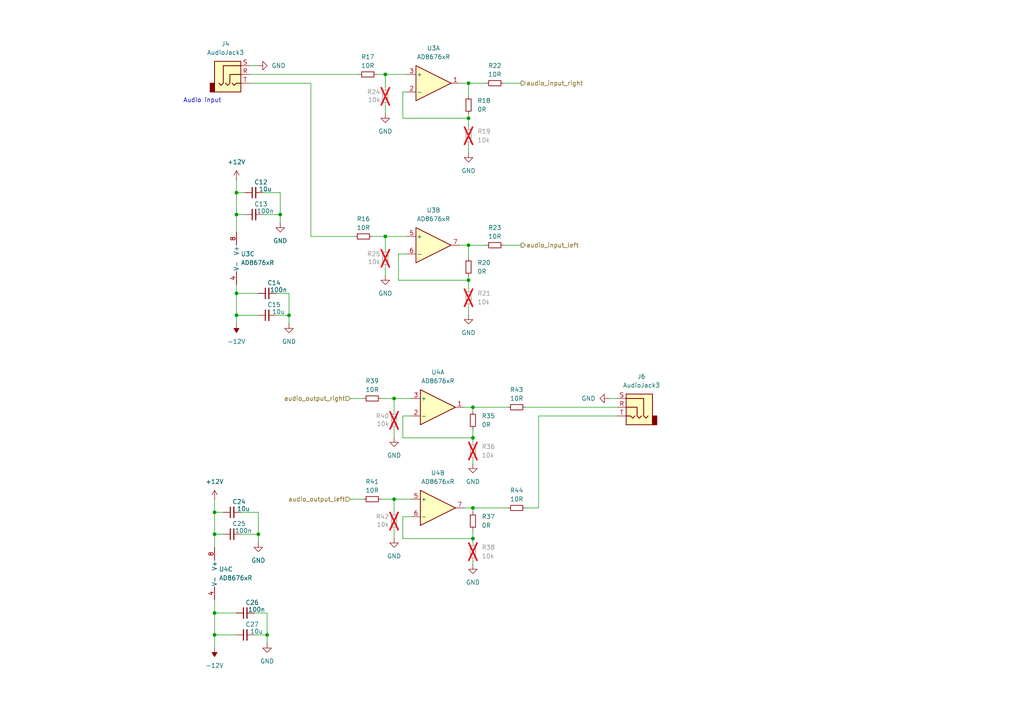
<source format=kicad_sch>
(kicad_sch (version 20231120) (generator "eeschema") (generator_version "8.0")
  (paper "A4")
  (lib_symbols
    (symbol "Amplifier_Operational:AD8676xR" (pin_names (offset 0.127))
      (property "Reference" "U" (at 2.54 6.35 0))
      (property "Value" "AD8676xR" (at 2.54 3.81 0))
      (symbol "AD8676xR_1_1"
        (polyline (pts (xy 5.08 0) (xy -5.08 5.08) (xy -5.08 -5.08) (xy 5.08 0)) (stroke (width 0.254)) (fill (type background)))
        (pin output line (at 7.62 0 180) (length 2.54) (name "~") (number "1"))
        (pin input line (at -7.62 -2.54 0) (length 2.54) (name "-") (number "2"))
        (pin input line (at -7.62 2.54 0) (length 2.54) (name "+") (number "3"))
      )
      (symbol "AD8676xR_2_1"
        (polyline (pts (xy 5.08 0) (xy -5.08 5.08) (xy -5.08 -5.08) (xy 5.08 0)) (stroke (width 0.254)) (fill (type background)))
        (pin input line (at -7.62 2.54 0) (length 2.54) (name "+") (number "5"))
        (pin input line (at -7.62 -2.54 0) (length 2.54) (name "-") (number "6"))
        (pin output line (at 7.62 0 180) (length 2.54) (name "~") (number "7"))
      )
      (symbol "AD8676xR_3_1"
        (pin power_in line (at 0 -7.62 90) (length 3.81) (name "V-") (number "4"))
        (pin power_in line (at 0 7.62 270) (length 3.81) (name "V+") (number "8"))
      )
    )
    (symbol "Connector_Audio:AudioJack3"
      (property "Reference" "J" (at 0 8.89 0))
      (property "Value" "AudioJack3" (at 0 6.35 0))
      (symbol "AudioJack3_0_1"
        (rectangle (start -5.08 -5.08) (end -6.35 -2.54) (stroke (width 0.254)) (fill (type outline)))
        (polyline (pts (xy 0 -2.54) (xy 0.635 -3.175) (xy 1.27 -2.54) (xy 2.54 -2.54)) (stroke (width 0.254)))
        (polyline (pts (xy -1.905 -2.54) (xy -1.27 -3.175) (xy -0.635 -2.54) (xy -0.635 0) (xy 2.54 0)) (stroke (width 0.254)))
        (polyline (pts (xy 2.54 2.54) (xy -2.54 2.54) (xy -2.54 -2.54) (xy -3.175 -3.175) (xy -3.81 -2.54)) (stroke (width 0.254)))
        (rectangle (start 2.54 3.81) (end -5.08 -5.08) (stroke (width 0.254)) (fill (type background)))
      )
      (symbol "AudioJack3_1_1"
        (pin passive line (at 5.08 0 180) (length 2.54) (name "~") (number "R"))
        (pin passive line (at 5.08 2.54 180) (length 2.54) (name "~") (number "S"))
        (pin passive line (at 5.08 -2.54 180) (length 2.54) (name "~") (number "T"))
      )
    )
    (symbol "Device:C_Small" (pin_numbers hide) (pin_names (offset 0.254) hide)
      (property "Reference" "C" (at 0.254 1.778 0))
      (property "Value" "C_Small" (at 0.254 -2.032 0))
      (symbol "C_Small_0_1"
        (polyline (pts (xy -1.524 -0.508) (xy 1.524 -0.508)) (stroke (width 0.3302)))
        (polyline (pts (xy -1.524 0.508) (xy 1.524 0.508)) (stroke (width 0.3048)))
      )
      (symbol "C_Small_1_1"
        (pin passive line (at 0 2.54 270) (length 2.032) (name "~") (number "1"))
        (pin passive line (at 0 -2.54 90) (length 2.032) (name "~") (number "2"))
      )
    )
    (symbol "Device:R_Small" (pin_numbers hide) (pin_names (offset 0.254) hide)
      (property "Reference" "R" (at 0.762 0.508 0))
      (property "Value" "R_Small" (at 0.762 -1.016 0))
      (symbol "R_Small_0_1"
        (rectangle (start -0.762 1.778) (end 0.762 -1.778) (stroke (width 0.2032)))
      )
      (symbol "R_Small_1_1"
        (pin passive line (at 0 2.54 270) (length 0.762) (name "~") (number "1"))
        (pin passive line (at 0 -2.54 90) (length 0.762) (name "~") (number "2"))
      )
    )
    (symbol "power:+12V" (power) (pin_numbers hide) (pin_names (offset 0) hide)
      (property "Value" "+12V" (at 0 3.556 0))
      (symbol "+12V_0_1"
        (polyline (pts (xy -0.762 1.27) (xy 0 2.54)))
        (polyline (pts (xy 0 0) (xy 0 2.54)))
        (polyline (pts (xy 0 2.54) (xy 0.762 1.27)))
      )
      (symbol "+12V_1_1"
        (pin power_in line (at 0 0 90) (length 0) (name "~") (number "1"))
      )
    )
    (symbol "power:-12V" (power) (pin_numbers hide) (pin_names (offset 0) hide)
      (property "Value" "-12V" (at 0 3.556 0))
      (symbol "-12V_0_0"
        (pin power_in line (at 0 0 90) (length 0) (name "~") (number "1"))
      )
      (symbol "-12V_0_1"
        (polyline (pts (xy 0 0) (xy 0 1.27) (xy 0.762 1.27) (xy 0 2.54) (xy -0.762 1.27) (xy 0 1.27)) (fill (type outline)))
      )
    )
    (symbol "power:GND" (power) (pin_numbers hide) (pin_names (offset 0) hide)
      (property "Value" "GND" (at 0 -3.81 0))
      (symbol "GND_0_1"
        (polyline (pts (xy 0 0) (xy 0 -1.27) (xy 1.27 -1.27) (xy 0 -2.54) (xy -1.27 -1.27) (xy 0 -1.27)))
      )
      (symbol "GND_1_1"
        (pin power_in line (at 0 0 270) (length 0) (name "~") (number "1"))
      )
    )
  )
  (junction (at 81.28 62.23))
  (junction (at 137.16 147.32))
  (junction (at 68.58 55.88))
  (junction (at 68.58 91.44))
  (junction (at 62.23 148.59))
  (junction (at 62.23 154.94))
  (junction (at 135.89 34.29))
  (junction (at 68.58 62.23))
  (junction (at 83.82 91.44))
  (junction (at 68.58 85.09))
  (junction (at 114.3 144.78))
  (junction (at 111.76 68.58))
  (junction (at 137.16 118.11))
  (junction (at 135.89 71.12))
  (junction (at 137.16 127))
  (junction (at 137.16 156.21))
  (junction (at 77.47 184.15))
  (junction (at 62.23 184.15))
  (junction (at 111.76 21.59))
  (junction (at 135.89 81.28))
  (junction (at 74.93 154.94))
  (junction (at 135.89 24.13))
  (junction (at 62.23 177.8))
  (junction (at 114.3 115.57))
  (wire (pts (xy 119.38 120.65) (xy 116.84 120.65)))
  (wire (pts (xy 135.89 34.29) (xy 135.89 36.83)))
  (wire (pts (xy 81.28 62.23) (xy 81.28 64.77)))
  (wire (pts (xy 137.16 147.32) (xy 134.62 147.32)))
  (wire (pts (xy 90.17 24.13) (xy 72.39 24.13)))
  (wire (pts (xy 118.11 73.66) (xy 115.57 73.66)))
  (wire (pts (xy 83.82 91.44) (xy 83.82 93.98)))
  (wire (pts (xy 152.4 118.11) (xy 179.07 118.11)))
  (wire (pts (xy 133.35 71.12) (xy 135.89 71.12)))
  (wire (pts (xy 114.3 115.57) (xy 119.38 115.57)))
  (wire (pts (xy 135.89 71.12) (xy 135.89 74.93)))
  (wire (pts (xy 135.89 24.13) (xy 135.89 27.94)))
  (wire (pts (xy 111.76 30.48) (xy 111.76 33.02)))
  (wire (pts (xy 111.76 68.58) (xy 118.11 68.58)))
  (wire (pts (xy 114.3 144.78) (xy 119.38 144.78)))
  (wire (pts (xy 119.38 149.86) (xy 116.84 149.86)))
  (wire (pts (xy 68.58 85.09) (xy 68.58 91.44)))
  (wire (pts (xy 114.3 115.57) (xy 114.3 119.38)))
  (wire (pts (xy 68.58 55.88) (xy 71.12 55.88)))
  (wire (pts (xy 110.49 144.78) (xy 114.3 144.78)))
  (wire (pts (xy 101.6 115.57) (xy 105.41 115.57)))
  (wire (pts (xy 62.23 184.15) (xy 62.23 187.96)))
  (wire (pts (xy 68.58 55.88) (xy 68.58 62.23)))
  (wire (pts (xy 137.16 147.32) (xy 147.32 147.32)))
  (wire (pts (xy 135.89 71.12) (xy 140.97 71.12)))
  (wire (pts (xy 68.58 91.44) (xy 74.93 91.44)))
  (wire (pts (xy 80.01 91.44) (xy 83.82 91.44)))
  (wire (pts (xy 133.35 24.13) (xy 135.89 24.13)))
  (wire (pts (xy 115.57 73.66) (xy 115.57 81.28)))
  (wire (pts (xy 62.23 148.59) (xy 62.23 154.94)))
  (wire (pts (xy 62.23 177.8) (xy 68.58 177.8)))
  (wire (pts (xy 76.2 62.23) (xy 81.28 62.23)))
  (wire (pts (xy 62.23 177.8) (xy 62.23 184.15)))
  (wire (pts (xy 111.76 21.59) (xy 118.11 21.59)))
  (wire (pts (xy 137.16 162.56) (xy 137.16 163.83)))
  (wire (pts (xy 74.93 148.59) (xy 74.93 154.94)))
  (wire (pts (xy 146.05 24.13) (xy 151.13 24.13)))
  (wire (pts (xy 62.23 144.78) (xy 62.23 148.59)))
  (wire (pts (xy 146.05 71.12) (xy 151.13 71.12)))
  (wire (pts (xy 118.11 26.67) (xy 116.84 26.67)))
  (wire (pts (xy 62.23 184.15) (xy 68.58 184.15)))
  (wire (pts (xy 68.58 91.44) (xy 68.58 93.98)))
  (wire (pts (xy 116.84 120.65) (xy 116.84 127)))
  (wire (pts (xy 81.28 55.88) (xy 81.28 62.23)))
  (wire (pts (xy 152.4 147.32) (xy 156.21 147.32)))
  (wire (pts (xy 73.66 177.8) (xy 77.47 177.8)))
  (wire (pts (xy 77.47 177.8) (xy 77.47 184.15)))
  (wire (pts (xy 135.89 81.28) (xy 135.89 83.82)))
  (wire (pts (xy 111.76 68.58) (xy 111.76 72.39)))
  (wire (pts (xy 135.89 41.91) (xy 135.89 44.45)))
  (wire (pts (xy 156.21 120.65) (xy 156.21 147.32)))
  (wire (pts (xy 135.89 80.01) (xy 135.89 81.28)))
  (wire (pts (xy 137.16 118.11) (xy 147.32 118.11)))
  (wire (pts (xy 114.3 144.78) (xy 114.3 148.59)))
  (wire (pts (xy 137.16 127) (xy 137.16 128.27)))
  (wire (pts (xy 74.93 154.94) (xy 74.93 157.48)))
  (wire (pts (xy 137.16 156.21) (xy 137.16 157.48)))
  (wire (pts (xy 111.76 21.59) (xy 111.76 25.4)))
  (wire (pts (xy 90.17 68.58) (xy 90.17 24.13)))
  (wire (pts (xy 135.89 33.02) (xy 135.89 34.29)))
  (wire (pts (xy 68.58 62.23) (xy 71.12 62.23)))
  (wire (pts (xy 137.16 133.35) (xy 137.16 134.62)))
  (wire (pts (xy 68.58 62.23) (xy 68.58 67.31)))
  (wire (pts (xy 83.82 85.09) (xy 83.82 91.44)))
  (wire (pts (xy 134.62 118.11) (xy 137.16 118.11)))
  (wire (pts (xy 68.58 85.09) (xy 74.93 85.09)))
  (wire (pts (xy 114.3 153.67) (xy 114.3 156.21)))
  (wire (pts (xy 116.84 149.86) (xy 116.84 156.21)))
  (wire (pts (xy 68.58 82.55) (xy 68.58 85.09)))
  (wire (pts (xy 62.23 148.59) (xy 64.77 148.59)))
  (wire (pts (xy 116.84 127) (xy 137.16 127)))
  (wire (pts (xy 137.16 147.32) (xy 137.16 148.59)))
  (wire (pts (xy 137.16 124.46) (xy 137.16 127)))
  (wire (pts (xy 137.16 118.11) (xy 137.16 119.38)))
  (wire (pts (xy 80.01 85.09) (xy 83.82 85.09)))
  (wire (pts (xy 69.85 148.59) (xy 74.93 148.59)))
  (wire (pts (xy 114.3 124.46) (xy 114.3 127)))
  (wire (pts (xy 62.23 154.94) (xy 62.23 158.75)))
  (wire (pts (xy 76.2 55.88) (xy 81.28 55.88)))
  (wire (pts (xy 72.39 21.59) (xy 104.14 21.59)))
  (wire (pts (xy 62.23 154.94) (xy 64.77 154.94)))
  (wire (pts (xy 109.22 21.59) (xy 111.76 21.59)))
  (wire (pts (xy 111.76 77.47) (xy 111.76 80.01)))
  (wire (pts (xy 179.07 120.65) (xy 156.21 120.65)))
  (wire (pts (xy 90.17 68.58) (xy 102.87 68.58)))
  (wire (pts (xy 69.85 154.94) (xy 74.93 154.94)))
  (wire (pts (xy 137.16 153.67) (xy 137.16 156.21)))
  (wire (pts (xy 135.89 24.13) (xy 140.97 24.13)))
  (wire (pts (xy 116.84 26.67) (xy 116.84 34.29)))
  (wire (pts (xy 72.39 19.05) (xy 74.93 19.05)))
  (wire (pts (xy 101.6 144.78) (xy 105.41 144.78)))
  (wire (pts (xy 116.84 34.29) (xy 135.89 34.29)))
  (wire (pts (xy 107.95 68.58) (xy 111.76 68.58)))
  (wire (pts (xy 73.66 184.15) (xy 77.47 184.15)))
  (wire (pts (xy 77.47 184.15) (xy 77.47 186.69)))
  (wire (pts (xy 62.23 173.99) (xy 62.23 177.8)))
  (wire (pts (xy 176.53 115.57) (xy 179.07 115.57)))
  (wire (pts (xy 116.84 156.21) (xy 137.16 156.21)))
  (wire (pts (xy 110.49 115.57) (xy 114.3 115.57)))
  (wire (pts (xy 115.57 81.28) (xy 135.89 81.28)))
  (wire (pts (xy 68.58 52.07) (xy 68.58 55.88)))
  (wire (pts (xy 135.89 88.9) (xy 135.89 91.44)))
  (text "Audio input" (at 58.674 29.21 0) (effects (font (size 1.27 1.27))))
  (hierarchical_label "audio_input_left" (shape output) (at 151.13 71.12 0))
  (hierarchical_label "audio_input_right" (shape output) (at 151.13 24.13 0))
  (hierarchical_label "audio_output_left" (shape input) (at 101.6 144.78 180))
  (hierarchical_label "audio_output_right" (shape input) (at 101.6 115.57 180))
  (symbol (lib_id "Amplifier_Operational:AD8676xR") (at 62.23 166.37 0) (unit 3)
    (property "Reference" "U4" (at 63.5 165.0999 0) (effects (justify left)))
    (property "Value" "AD8676xR" (at 63.5 167.6399 0) (effects (justify left)))
    (property "Footprint" "Package_SO:SOIC-8_3.9x4.9mm_P1.27mm" (effects (hide yes)))
    (property "Datasheet" "https://www.analog.com/media/en/technical-documentation/data-sheets/AD8676.pdf" (effects (hide yes)))
    (property "Description" "Dual operational amplifier, Ultra-precision, 36V, Rail-to-rail output, SOIC-8" (effects (hide yes)))
  )
  (symbol (lib_id "power:GND") (at 176.53 115.57 270) (unit 1)
    (property "Reference" "#PWR044" (effects (hide yes)))
    (property "Value" "GND" (at 172.72 115.5699 90) (effects (justify right)))
    (property "Description" "Power symbol creates a global label with name \"GND\" , ground" (effects (hide yes)))
  )
  (symbol (lib_id "power:+12V") (at 68.58 52.07 0) (unit 1)
    (property "Reference" "#PWR019" (effects (hide yes)))
    (property "Value" "+12V" (at 68.58 46.99 0))
    (property "Description" "Power symbol creates a global label with name \"+12V\"" (effects (hide yes)))
  )
  (symbol (lib_id "Amplifier_Operational:AD8676xR") (at 125.73 24.13 0) (unit 1)
    (property "Reference" "U3" (at 125.73 13.97 0))
    (property "Value" "AD8676xR" (at 125.73 16.51 0))
    (property "Footprint" "Package_SO:SOIC-8_3.9x4.9mm_P1.27mm" (effects (hide yes)))
    (property "Datasheet" "https://www.analog.com/media/en/technical-documentation/data-sheets/AD8676.pdf" (effects (hide yes)))
    (property "Description" "Dual operational amplifier, Ultra-precision, 36V, Rail-to-rail output, SOIC-8" (effects (hide yes)))
  )
  (symbol (lib_id "Device:R_Small") (at 107.95 144.78 90) (unit 1)
    (property "Reference" "R41" (at 107.95 139.7 90))
    (property "Value" "10R" (at 107.95 142.24 90))
    (property "Footprint" "Resistor_SMD:R_0603_1608Metric_Pad0.98x0.95mm_HandSolder" (effects (hide yes)))
    (property "Description" "Resistor, small symbol" (effects (hide yes)))
  )
  (symbol (lib_id "Device:R_Small") (at 135.89 39.37 180) (unit 1) (dnp yes)
    (property "Reference" "R19" (at 138.43 38.0999 0) (effects (justify right)))
    (property "Value" "10k" (at 138.43 40.6399 0) (effects (justify right)))
    (property "Footprint" "Resistor_SMD:R_0603_1608Metric_Pad0.98x0.95mm_HandSolder" (effects (hide yes)))
    (property "Description" "Resistor, small symbol" (effects (hide yes)))
  )
  (symbol (lib_id "Device:C_Small") (at 73.66 62.23 90) (unit 1)
    (property "Reference" "C13" (at 75.692 59.182 90))
    (property "Value" "100n" (at 76.962 61.214 90))
    (property "Footprint" "Capacitor_SMD:C_0603_1608Metric_Pad1.08x0.95mm_HandSolder" (effects (hide yes)))
    (property "Description" "Unpolarized capacitor, small symbol" (effects (hide yes)))
  )
  (symbol (lib_id "Device:R_Small") (at 111.76 27.94 180) (unit 1) (dnp yes)
    (property "Reference" "R24" (at 106.426 26.67 0) (effects (justify right)))
    (property "Value" "10k" (at 106.68 28.956 0) (effects (justify right)))
    (property "Footprint" "Resistor_SMD:R_0603_1608Metric_Pad0.98x0.95mm_HandSolder" (effects (hide yes)))
    (property "Description" "Resistor, small symbol" (effects (hide yes)))
  )
  (symbol (lib_id "Device:C_Small") (at 71.12 177.8 90) (unit 1)
    (property "Reference" "C26" (at 73.152 174.752 90))
    (property "Value" "100n" (at 74.422 176.784 90))
    (property "Footprint" "Capacitor_SMD:C_0603_1608Metric_Pad1.08x0.95mm_HandSolder" (effects (hide yes)))
    (property "Description" "Unpolarized capacitor, small symbol" (effects (hide yes)))
  )
  (symbol (lib_id "Device:R_Small") (at 149.86 147.32 90) (unit 1)
    (property "Reference" "R44" (at 149.86 142.24 90))
    (property "Value" "10R" (at 149.86 144.78 90))
    (property "Footprint" "Resistor_SMD:R_0603_1608Metric_Pad0.98x0.95mm_HandSolder" (effects (hide yes)))
    (property "Description" "Resistor, small symbol" (effects (hide yes)))
  )
  (symbol (lib_id "power:GND") (at 137.16 163.83 0) (unit 1)
    (property "Reference" "#PWR043" (effects (hide yes)))
    (property "Value" "GND" (at 137.16 168.91 0))
    (property "Description" "Power symbol creates a global label with name \"GND\" , ground" (effects (hide yes)))
  )
  (symbol (lib_id "power:GND") (at 111.76 80.01 0) (unit 1)
    (property "Reference" "#PWR018" (effects (hide yes)))
    (property "Value" "GND" (at 111.76 85.09 0))
    (property "Description" "Power symbol creates a global label with name \"GND\" , ground" (effects (hide yes)))
  )
  (symbol (lib_id "power:GND") (at 81.28 64.77 0) (unit 1)
    (property "Reference" "#PWR021" (effects (hide yes)))
    (property "Value" "GND" (at 81.28 69.85 0))
    (property "Description" "Power symbol creates a global label with name \"GND\" , ground" (effects (hide yes)))
  )
  (symbol (lib_id "Device:R_Small") (at 105.41 68.58 90) (unit 1)
    (property "Reference" "R16" (at 105.41 63.5 90))
    (property "Value" "10R" (at 105.41 66.04 90))
    (property "Footprint" "Resistor_SMD:R_0603_1608Metric_Pad0.98x0.95mm_HandSolder" (effects (hide yes)))
    (property "Description" "Resistor, small symbol" (effects (hide yes)))
  )
  (symbol (lib_id "power:GND") (at 77.47 186.69 0) (unit 1)
    (property "Reference" "#PWR048" (effects (hide yes)))
    (property "Value" "GND" (at 77.47 191.77 0))
    (property "Description" "Power symbol creates a global label with name \"GND\" , ground" (effects (hide yes)))
  )
  (symbol (lib_id "Amplifier_Operational:AD8676xR") (at 127 147.32 0) (unit 2)
    (property "Reference" "U4" (at 127 137.16 0))
    (property "Value" "AD8676xR" (at 127 139.7 0))
    (property "Footprint" "Package_SO:SOIC-8_3.9x4.9mm_P1.27mm" (effects (hide yes)))
    (property "Datasheet" "https://www.analog.com/media/en/technical-documentation/data-sheets/AD8676.pdf" (effects (hide yes)))
    (property "Description" "Dual operational amplifier, Ultra-precision, 36V, Rail-to-rail output, SOIC-8" (effects (hide yes)))
  )
  (symbol (lib_id "power:-12V") (at 62.23 187.96 180) (unit 1)
    (property "Reference" "#PWR050" (effects (hide yes)))
    (property "Value" "-12V" (at 62.23 193.04 0))
    (property "Description" "Power symbol creates a global label with name \"-12V\"" (effects (hide yes)))
  )
  (symbol (lib_id "power:GND") (at 135.89 44.45 0) (unit 1)
    (property "Reference" "#PWR023" (effects (hide yes)))
    (property "Value" "GND" (at 135.89 49.53 0))
    (property "Description" "Power symbol creates a global label with name \"GND\" , ground" (effects (hide yes)))
  )
  (symbol (lib_id "Amplifier_Operational:AD8676xR") (at 127 118.11 0) (unit 1)
    (property "Reference" "U4" (at 127 107.95 0))
    (property "Value" "AD8676xR" (at 127 110.49 0))
    (property "Footprint" "Package_SO:SOIC-8_3.9x4.9mm_P1.27mm" (effects (hide yes)))
    (property "Datasheet" "https://www.analog.com/media/en/technical-documentation/data-sheets/AD8676.pdf" (effects (hide yes)))
    (property "Description" "Dual operational amplifier, Ultra-precision, 36V, Rail-to-rail output, SOIC-8" (effects (hide yes)))
  )
  (symbol (lib_id "Amplifier_Operational:AD8676xR") (at 68.58 74.93 0) (unit 3)
    (property "Reference" "U3" (at 69.85 73.6599 0) (effects (justify left)))
    (property "Value" "AD8676xR" (at 69.85 76.1999 0) (effects (justify left)))
    (property "Footprint" "Package_SO:SOIC-8_3.9x4.9mm_P1.27mm" (effects (hide yes)))
    (property "Datasheet" "https://www.analog.com/media/en/technical-documentation/data-sheets/AD8676.pdf" (effects (hide yes)))
    (property "Description" "Dual operational amplifier, Ultra-precision, 36V, Rail-to-rail output, SOIC-8" (effects (hide yes)))
  )
  (symbol (lib_id "Device:R_Small") (at 149.86 118.11 90) (unit 1)
    (property "Reference" "R43" (at 149.86 113.03 90))
    (property "Value" "10R" (at 149.86 115.57 90))
    (property "Footprint" "Resistor_SMD:R_0603_1608Metric_Pad0.98x0.95mm_HandSolder" (effects (hide yes)))
    (property "Description" "Resistor, small symbol" (effects (hide yes)))
  )
  (symbol (lib_id "Connector_Audio:AudioJack3") (at 67.31 21.59 0) (unit 1)
    (property "Reference" "J4" (at 65.405 12.7 0))
    (property "Value" "AudioJack3" (at 65.405 15.24 0))
    (property "Footprint" "Connector_Audio:Jack_3.5mm_Lumberg_1503_02_Horizontal" (effects (hide yes)))
    (property "Description" "Audio Jack, 3 Poles (Stereo / TRS)" (effects (hide yes)))
  )
  (symbol (lib_id "Device:C_Small") (at 73.66 55.88 90) (unit 1)
    (property "Reference" "C12" (at 75.692 52.832 90))
    (property "Value" "10u" (at 76.962 54.864 90))
    (property "Footprint" "Capacitor_SMD:C_1206_3216Metric" (effects (hide yes)))
    (property "Description" "Unpolarized capacitor, small symbol" (effects (hide yes)))
  )
  (symbol (lib_id "Device:R_Small") (at 137.16 160.02 180) (unit 1) (dnp yes)
    (property "Reference" "R38" (at 139.7 158.7499 0) (effects (justify right)))
    (property "Value" "10k" (at 139.7 161.2899 0) (effects (justify right)))
    (property "Footprint" "Resistor_SMD:R_0603_1608Metric_Pad0.98x0.95mm_HandSolder" (effects (hide yes)))
    (property "Description" "Resistor, small symbol" (effects (hide yes)))
  )
  (symbol (lib_id "Device:R_Small") (at 135.89 30.48 180) (unit 1)
    (property "Reference" "R18" (at 138.43 29.2099 0) (effects (justify right)))
    (property "Value" "0R" (at 138.43 31.7499 0) (effects (justify right)))
    (property "Footprint" "Resistor_SMD:R_0603_1608Metric_Pad0.98x0.95mm_HandSolder" (effects (hide yes)))
    (property "Description" "Resistor, small symbol" (effects (hide yes)))
  )
  (symbol (lib_id "Device:R_Small") (at 143.51 71.12 90) (unit 1)
    (property "Reference" "R23" (at 143.51 66.04 90))
    (property "Value" "10R" (at 143.51 68.58 90))
    (property "Footprint" "Resistor_SMD:R_0603_1608Metric_Pad0.98x0.95mm_HandSolder" (effects (hide yes)))
    (property "Description" "Resistor, small symbol" (effects (hide yes)))
  )
  (symbol (lib_id "Device:C_Small") (at 67.31 154.94 90) (unit 1)
    (property "Reference" "C25" (at 69.342 151.892 90))
    (property "Value" "100n" (at 70.612 153.924 90))
    (property "Footprint" "Capacitor_SMD:C_0603_1608Metric_Pad1.08x0.95mm_HandSolder" (effects (hide yes)))
    (property "Description" "Unpolarized capacitor, small symbol" (effects (hide yes)))
  )
  (symbol (lib_id "Amplifier_Operational:AD8676xR") (at 125.73 71.12 0) (unit 2)
    (property "Reference" "U3" (at 125.73 60.96 0))
    (property "Value" "AD8676xR" (at 125.73 63.5 0))
    (property "Footprint" "Package_SO:SOIC-8_3.9x4.9mm_P1.27mm" (effects (hide yes)))
    (property "Datasheet" "https://www.analog.com/media/en/technical-documentation/data-sheets/AD8676.pdf" (effects (hide yes)))
    (property "Description" "Dual operational amplifier, Ultra-precision, 36V, Rail-to-rail output, SOIC-8" (effects (hide yes)))
  )
  (symbol (lib_id "Device:R_Small") (at 137.16 151.13 180) (unit 1)
    (property "Reference" "R37" (at 139.7 149.8599 0) (effects (justify right)))
    (property "Value" "0R" (at 139.7 152.3999 0) (effects (justify right)))
    (property "Footprint" "Resistor_SMD:R_0603_1608Metric_Pad0.98x0.95mm_HandSolder" (effects (hide yes)))
    (property "Description" "Resistor, small symbol" (effects (hide yes)))
  )
  (symbol (lib_id "Device:R_Small") (at 135.89 86.36 180) (unit 1) (dnp yes)
    (property "Reference" "R21" (at 138.43 85.0899 0) (effects (justify right)))
    (property "Value" "10k" (at 138.43 87.6299 0) (effects (justify right)))
    (property "Footprint" "Resistor_SMD:R_0603_1608Metric_Pad0.98x0.95mm_HandSolder" (effects (hide yes)))
    (property "Description" "Resistor, small symbol" (effects (hide yes)))
  )
  (symbol (lib_id "Device:R_Small") (at 135.89 77.47 180) (unit 1)
    (property "Reference" "R20" (at 138.43 76.1999 0) (effects (justify right)))
    (property "Value" "0R" (at 138.43 78.7399 0) (effects (justify right)))
    (property "Footprint" "Resistor_SMD:R_0603_1608Metric_Pad0.98x0.95mm_HandSolder" (effects (hide yes)))
    (property "Description" "Resistor, small symbol" (effects (hide yes)))
  )
  (symbol (lib_id "power:GND") (at 137.16 134.62 0) (unit 1)
    (property "Reference" "#PWR042" (effects (hide yes)))
    (property "Value" "GND" (at 137.16 139.7 0))
    (property "Description" "Power symbol creates a global label with name \"GND\" , ground" (effects (hide yes)))
  )
  (symbol (lib_id "power:GND") (at 111.76 33.02 0) (unit 1)
    (property "Reference" "#PWR017" (effects (hide yes)))
    (property "Value" "GND" (at 111.76 38.1 0))
    (property "Description" "Power symbol creates a global label with name \"GND\" , ground" (effects (hide yes)))
  )
  (symbol (lib_id "Device:R_Small") (at 137.16 130.81 180) (unit 1) (dnp yes)
    (property "Reference" "R36" (at 139.7 129.5399 0) (effects (justify right)))
    (property "Value" "10k" (at 139.7 132.0799 0) (effects (justify right)))
    (property "Footprint" "Resistor_SMD:R_0603_1608Metric_Pad0.98x0.95mm_HandSolder" (effects (hide yes)))
    (property "Description" "Resistor, small symbol" (effects (hide yes)))
  )
  (symbol (lib_id "Device:R_Small") (at 143.51 24.13 90) (unit 1)
    (property "Reference" "R22" (at 143.51 19.05 90))
    (property "Value" "10R" (at 143.51 21.59 90))
    (property "Footprint" "Resistor_SMD:R_0603_1608Metric_Pad0.98x0.95mm_HandSolder" (effects (hide yes)))
    (property "Description" "Resistor, small symbol" (effects (hide yes)))
  )
  (symbol (lib_id "power:-12V") (at 68.58 93.98 180) (unit 1)
    (property "Reference" "#PWR020" (effects (hide yes)))
    (property "Value" "-12V" (at 68.58 99.06 0))
    (property "Description" "Power symbol creates a global label with name \"-12V\"" (effects (hide yes)))
  )
  (symbol (lib_id "power:+12V") (at 62.23 144.78 0) (unit 1)
    (property "Reference" "#PWR049" (effects (hide yes)))
    (property "Value" "+12V" (at 62.23 139.7 0))
    (property "Description" "Power symbol creates a global label with name \"+12V\"" (effects (hide yes)))
  )
  (symbol (lib_id "Device:C_Small") (at 77.47 85.09 90) (unit 1)
    (property "Reference" "C14" (at 79.502 82.042 90))
    (property "Value" "100n" (at 80.772 84.074 90))
    (property "Footprint" "Capacitor_SMD:C_0603_1608Metric_Pad1.08x0.95mm_HandSolder" (effects (hide yes)))
    (property "Description" "Unpolarized capacitor, small symbol" (effects (hide yes)))
  )
  (symbol (lib_id "power:GND") (at 114.3 127 0) (unit 1)
    (property "Reference" "#PWR045" (effects (hide yes)))
    (property "Value" "GND" (at 114.3 132.08 0))
    (property "Description" "Power symbol creates a global label with name \"GND\" , ground" (effects (hide yes)))
  )
  (symbol (lib_id "Device:R_Small") (at 114.3 151.13 180) (unit 1) (dnp yes)
    (property "Reference" "R42" (at 108.966 149.86 0) (effects (justify right)))
    (property "Value" "10k" (at 109.22 152.146 0) (effects (justify right)))
    (property "Footprint" "Resistor_SMD:R_0603_1608Metric_Pad0.98x0.95mm_HandSolder" (effects (hide yes)))
    (property "Description" "Resistor, small symbol" (effects (hide yes)))
  )
  (symbol (lib_id "power:GND") (at 74.93 157.48 0) (unit 1)
    (property "Reference" "#PWR047" (effects (hide yes)))
    (property "Value" "GND" (at 74.93 162.56 0))
    (property "Description" "Power symbol creates a global label with name \"GND\" , ground" (effects (hide yes)))
  )
  (symbol (lib_id "Device:R_Small") (at 107.95 115.57 90) (unit 1)
    (property "Reference" "R39" (at 107.95 110.49 90))
    (property "Value" "10R" (at 107.95 113.03 90))
    (property "Footprint" "Resistor_SMD:R_0603_1608Metric_Pad0.98x0.95mm_HandSolder" (effects (hide yes)))
    (property "Description" "Resistor, small symbol" (effects (hide yes)))
  )
  (symbol (lib_id "Device:C_Small") (at 71.12 184.15 90) (unit 1)
    (property "Reference" "C27" (at 73.152 181.102 90))
    (property "Value" "10u" (at 74.422 183.134 90))
    (property "Footprint" "Capacitor_SMD:C_1206_3216Metric" (effects (hide yes)))
    (property "Description" "Unpolarized capacitor, small symbol" (effects (hide yes)))
  )
  (symbol (lib_id "Device:C_Small") (at 67.31 148.59 90) (unit 1)
    (property "Reference" "C24" (at 69.342 145.542 90))
    (property "Value" "10u" (at 70.612 147.574 90))
    (property "Footprint" "Capacitor_SMD:C_1206_3216Metric" (effects (hide yes)))
    (property "Description" "Unpolarized capacitor, small symbol" (effects (hide yes)))
  )
  (symbol (lib_id "Device:R_Small") (at 111.76 74.93 180) (unit 1) (dnp yes)
    (property "Reference" "R25" (at 106.426 73.66 0) (effects (justify right)))
    (property "Value" "10k" (at 106.68 75.946 0) (effects (justify right)))
    (property "Footprint" "Resistor_SMD:R_0603_1608Metric_Pad0.98x0.95mm_HandSolder" (effects (hide yes)))
    (property "Description" "Resistor, small symbol" (effects (hide yes)))
  )
  (symbol (lib_id "Device:C_Small") (at 77.47 91.44 90) (unit 1)
    (property "Reference" "C15" (at 79.502 88.392 90))
    (property "Value" "10u" (at 80.772 90.424 90))
    (property "Footprint" "Capacitor_SMD:C_1206_3216Metric" (effects (hide yes)))
    (property "Description" "Unpolarized capacitor, small symbol" (effects (hide yes)))
  )
  (symbol (lib_id "Device:R_Small") (at 137.16 121.92 180) (unit 1)
    (property "Reference" "R35" (at 139.7 120.6499 0) (effects (justify right)))
    (property "Value" "0R" (at 139.7 123.1899 0) (effects (justify right)))
    (property "Footprint" "Resistor_SMD:R_0603_1608Metric_Pad0.98x0.95mm_HandSolder" (effects (hide yes)))
    (property "Description" "Resistor, small symbol" (effects (hide yes)))
  )
  (symbol (lib_id "Device:R_Small") (at 106.68 21.59 90) (unit 1)
    (property "Reference" "R17" (at 106.68 16.51 90))
    (property "Value" "10R" (at 106.68 19.05 90))
    (property "Footprint" "Resistor_SMD:R_0603_1608Metric_Pad0.98x0.95mm_HandSolder" (effects (hide yes)))
    (property "Description" "Resistor, small symbol" (effects (hide yes)))
  )
  (symbol (lib_id "Connector_Audio:AudioJack3") (at 184.15 118.11 0) (mirror y) (unit 1)
    (property "Reference" "J6" (at 186.055 109.22 0))
    (property "Value" "AudioJack3" (at 186.055 111.76 0))
    (property "Footprint" "Connector_Audio:Jack_3.5mm_Lumberg_1503_02_Horizontal" (effects (hide yes)))
    (property "Description" "Audio Jack, 3 Poles (Stereo / TRS)" (effects (hide yes)))
  )
  (symbol (lib_id "power:GND") (at 74.93 19.05 90) (unit 1)
    (property "Reference" "#PWR015" (effects (hide yes)))
    (property "Value" "GND" (at 78.74 19.0499 90) (effects (justify right)))
    (property "Description" "Power symbol creates a global label with name \"GND\" , ground" (effects (hide yes)))
  )
  (symbol (lib_id "Device:R_Small") (at 114.3 121.92 180) (unit 1) (dnp yes)
    (property "Reference" "R40" (at 108.966 120.65 0) (effects (justify right)))
    (property "Value" "10k" (at 109.22 122.936 0) (effects (justify right)))
    (property "Footprint" "Resistor_SMD:R_0603_1608Metric_Pad0.98x0.95mm_HandSolder" (effects (hide yes)))
    (property "Description" "Resistor, small symbol" (effects (hide yes)))
  )
  (symbol (lib_id "power:GND") (at 114.3 156.21 0) (unit 1)
    (property "Reference" "#PWR046" (effects (hide yes)))
    (property "Value" "GND" (at 114.3 161.29 0))
    (property "Description" "Power symbol creates a global label with name \"GND\" , ground" (effects (hide yes)))
  )
  (symbol (lib_id "power:GND") (at 83.82 93.98 0) (unit 1)
    (property "Reference" "#PWR022" (effects (hide yes)))
    (property "Value" "GND" (at 83.82 99.06 0))
    (property "Description" "Power symbol creates a global label with name \"GND\" , ground" (effects (hide yes)))
  )
  (symbol (lib_id "power:GND") (at 135.89 91.44 0) (unit 1)
    (property "Reference" "#PWR024" (effects (hide yes)))
    (property "Value" "GND" (at 135.89 96.52 0))
    (property "Description" "Power symbol creates a global label with name \"GND\" , ground" (effects (hide yes)))
  )
)
</source>
